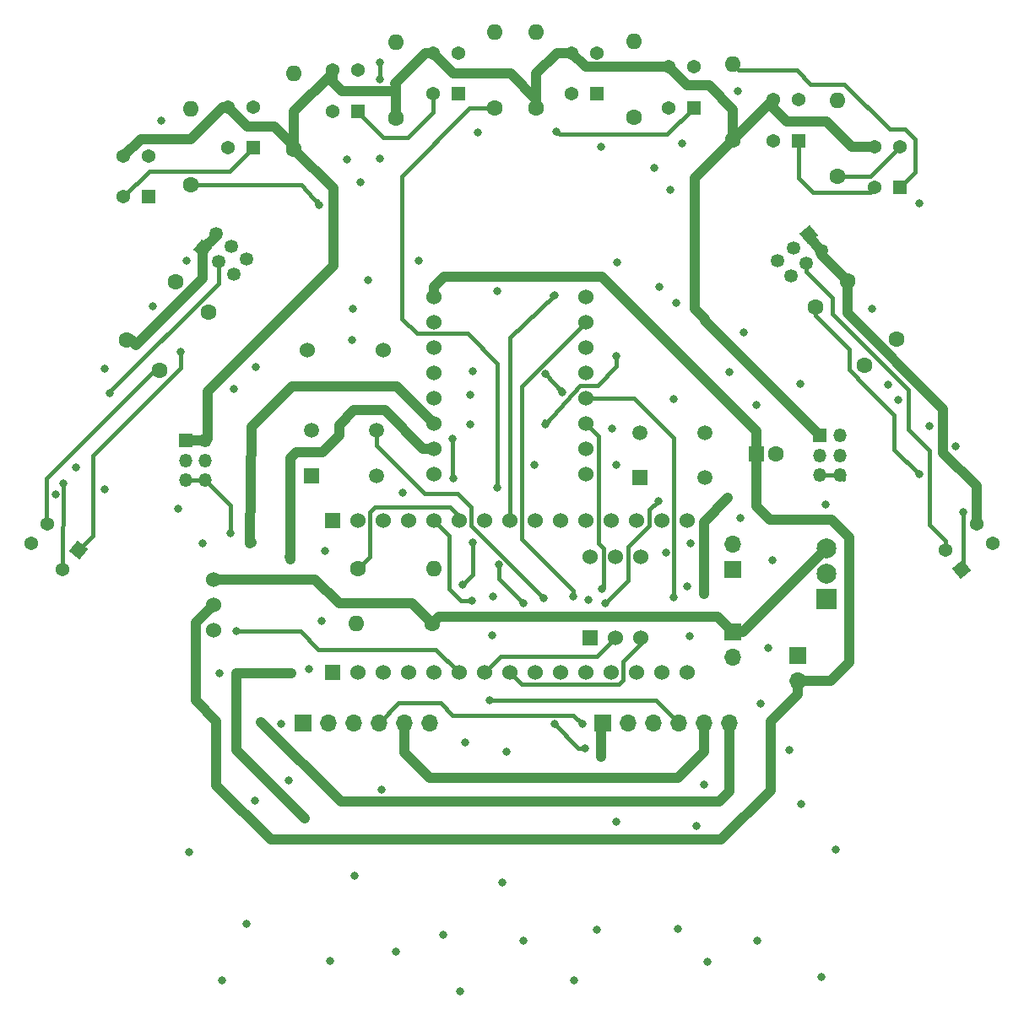
<source format=gtl>
%TF.GenerationSoftware,KiCad,Pcbnew,7.0.1*%
%TF.CreationDate,2023-05-16T11:07:40+09:00*%
%TF.ProjectId,trace,74726163-652e-46b6-9963-61645f706362,rev?*%
%TF.SameCoordinates,Original*%
%TF.FileFunction,Copper,L1,Top*%
%TF.FilePolarity,Positive*%
%FSLAX46Y46*%
G04 Gerber Fmt 4.6, Leading zero omitted, Abs format (unit mm)*
G04 Created by KiCad (PCBNEW 7.0.1) date 2023-05-16 11:07:40*
%MOMM*%
%LPD*%
G01*
G04 APERTURE LIST*
G04 Aperture macros list*
%AMHorizOval*
0 Thick line with rounded ends*
0 $1 width*
0 $2 $3 position (X,Y) of the first rounded end (center of the circle)*
0 $4 $5 position (X,Y) of the second rounded end (center of the circle)*
0 Add line between two ends*
20,1,$1,$2,$3,$4,$5,0*
0 Add two circle primitives to create the rounded ends*
1,1,$1,$2,$3*
1,1,$1,$4,$5*%
%AMRotRect*
0 Rectangle, with rotation*
0 The origin of the aperture is its center*
0 $1 length*
0 $2 width*
0 $3 Rotation angle, in degrees counterclockwise*
0 Add horizontal line*
21,1,$1,$2,0,0,$3*%
G04 Aperture macros list end*
%TA.AperFunction,ComponentPad*%
%ADD10C,1.600000*%
%TD*%
%TA.AperFunction,ComponentPad*%
%ADD11O,1.600000X1.600000*%
%TD*%
%TA.AperFunction,ComponentPad*%
%ADD12R,1.368000X1.368000*%
%TD*%
%TA.AperFunction,ComponentPad*%
%ADD13C,1.368000*%
%TD*%
%TA.AperFunction,ComponentPad*%
%ADD14R,1.700000X1.700000*%
%TD*%
%TA.AperFunction,ComponentPad*%
%ADD15O,1.700000X1.700000*%
%TD*%
%TA.AperFunction,ComponentPad*%
%ADD16R,1.530000X1.530000*%
%TD*%
%TA.AperFunction,ComponentPad*%
%ADD17C,1.530000*%
%TD*%
%TA.AperFunction,ComponentPad*%
%ADD18C,1.524000*%
%TD*%
%TA.AperFunction,ComponentPad*%
%ADD19RotRect,1.350000X1.350000X310.000000*%
%TD*%
%TA.AperFunction,ComponentPad*%
%ADD20HorizOval,1.350000X0.000000X0.000000X0.000000X0.000000X0*%
%TD*%
%TA.AperFunction,ComponentPad*%
%ADD21R,1.508000X1.508000*%
%TD*%
%TA.AperFunction,ComponentPad*%
%ADD22C,1.508000*%
%TD*%
%TA.AperFunction,ComponentPad*%
%ADD23R,1.524000X1.524000*%
%TD*%
%TA.AperFunction,ComponentPad*%
%ADD24R,1.350000X1.350000*%
%TD*%
%TA.AperFunction,ComponentPad*%
%ADD25O,1.350000X1.350000*%
%TD*%
%TA.AperFunction,ComponentPad*%
%ADD26HorizOval,1.600000X0.000000X0.000000X0.000000X0.000000X0*%
%TD*%
%TA.AperFunction,ComponentPad*%
%ADD27RotRect,1.350000X1.350000X50.000000*%
%TD*%
%TA.AperFunction,ComponentPad*%
%ADD28HorizOval,1.350000X0.000000X0.000000X0.000000X0.000000X0*%
%TD*%
%TA.AperFunction,ComponentPad*%
%ADD29RotRect,1.368000X1.368000X130.000000*%
%TD*%
%TA.AperFunction,ComponentPad*%
%ADD30R,1.600000X1.600000*%
%TD*%
%TA.AperFunction,ComponentPad*%
%ADD31HorizOval,1.600000X0.000000X0.000000X0.000000X0.000000X0*%
%TD*%
%TA.AperFunction,ComponentPad*%
%ADD32RotRect,1.368000X1.368000X230.000000*%
%TD*%
%TA.AperFunction,ComponentPad*%
%ADD33R,1.995000X1.995000*%
%TD*%
%TA.AperFunction,ComponentPad*%
%ADD34C,1.995000*%
%TD*%
%TA.AperFunction,ViaPad*%
%ADD35C,0.800000*%
%TD*%
%TA.AperFunction,Conductor*%
%ADD36C,1.000000*%
%TD*%
%TA.AperFunction,Conductor*%
%ADD37C,0.400000*%
%TD*%
G04 APERTURE END LIST*
D10*
%TO.P,R3,1*%
%TO.N,+3.3V*%
X122417500Y-60162500D03*
D11*
%TO.P,R3,2*%
%TO.N,Net-(R3-Pad2)*%
X122417500Y-52542500D03*
%TD*%
D12*
%TO.P,U9,1*%
%TO.N,Net-(U8-Pad4)*%
X162787500Y-62392500D03*
D13*
%TO.P,U9,2*%
%TO.N,RRS*%
X162787500Y-58292500D03*
%TO.P,U9,3*%
%TO.N,+3.3V*%
X160247500Y-58292500D03*
%TO.P,U9,4*%
%TO.N,GND*%
X160247500Y-62392500D03*
%TD*%
D14*
%TO.P,C2,1*%
%TO.N,+5V*%
X156217500Y-105417500D03*
D15*
%TO.P,C2,2*%
%TO.N,GND*%
X156217500Y-102877500D03*
%TD*%
D10*
%TO.P,R2,1*%
%TO.N,LLS*%
X101817500Y-66852500D03*
D11*
%TO.P,R2,2*%
%TO.N,GND*%
X101817500Y-59232500D03*
%TD*%
D10*
%TO.P,R7,1*%
%TO.N,+3.3V*%
X156217500Y-62352500D03*
D11*
%TO.P,R7,2*%
%TO.N,Net-(R7-Pad2)*%
X156217500Y-54732500D03*
%TD*%
D16*
%TO.P,U1,3_1,PA9*%
%TO.N,LHallA*%
X116037500Y-115762500D03*
D17*
%TO.P,U1,3_2,PA10*%
%TO.N,AIN1*%
X118577500Y-115762500D03*
%TO.P,U1,3_3,NRST_1*%
%TO.N,unconnected-(U1A-NRST_1-Pad3_3)*%
X121117500Y-115762500D03*
%TO.P,U1,3_4,GND_1*%
%TO.N,GND*%
X123657500Y-115762500D03*
%TO.P,U1,3_5,PA12*%
%TO.N,Net-(U13-IN)*%
X126197500Y-115762500D03*
%TO.P,U1,3_6,PB0*%
%TO.N,MRS*%
X128737500Y-115762500D03*
%TO.P,U1,3_7,PB7*%
%TO.N,SDA*%
X131277500Y-115762500D03*
%TO.P,U1,3_8,PB6*%
%TO.N,SCL*%
X133817500Y-115762500D03*
%TO.P,U1,3_9,PB1*%
%TO.N,MLS*%
X136357500Y-115762500D03*
%TO.P,U1,3_10,PF0*%
%TO.N,Net-(U1A-PF0)*%
X138897500Y-115762500D03*
%TO.P,U1,3_11,PF1*%
%TO.N,Net-(U1A-PF1)*%
X141437500Y-115762500D03*
%TO.P,U1,3_12,PA8*%
%TO.N,LHallB*%
X143977500Y-115762500D03*
%TO.P,U1,3_13,PA11*%
%TO.N,AIN2*%
X146517500Y-115762500D03*
%TO.P,U1,3_14,PB5*%
%TO.N,BIN2*%
X149057500Y-115762500D03*
%TO.P,U1,3_15,PB4*%
%TO.N,BIN1*%
X151597500Y-115762500D03*
D16*
%TO.P,U1,4_1,VIN*%
%TO.N,+5V*%
X116037500Y-100522500D03*
D17*
%TO.P,U1,4_2,GND_2*%
%TO.N,GND*%
X118577500Y-100522500D03*
%TO.P,U1,4_3,NRST_2*%
%TO.N,unconnected-(U1B-NRST_2-Pad4_3)*%
X121117500Y-100522500D03*
%TO.P,U1,4_4,+5V*%
%TO.N,+5V*%
X123657500Y-100522500D03*
%TO.P,U1,4_5,PA2*%
%TO.N,RHallB*%
X126197500Y-100522500D03*
%TO.P,U1,4_6,PA7*%
%TO.N,BSEN*%
X128737500Y-100522500D03*
%TO.P,U1,4_7,PA6*%
%TO.N,RRS*%
X131277500Y-100522500D03*
%TO.P,U1,4_8,PA5*%
%TO.N,FRS*%
X133817500Y-100522500D03*
%TO.P,U1,4_9,PA4*%
%TO.N,FLS*%
X136357500Y-100522500D03*
%TO.P,U1,4_10,PA3*%
%TO.N,LLS*%
X138897500Y-100522500D03*
%TO.P,U1,4_11,PA1*%
%TO.N,RHallA*%
X141437500Y-100522500D03*
%TO.P,U1,4_12,PA0*%
%TO.N,unconnected-(U1B-PA0-Pad4_12)*%
X143977500Y-100522500D03*
%TO.P,U1,4_13,AREF*%
%TO.N,unconnected-(U1B-AREF-Pad4_13)*%
X146517500Y-100522500D03*
%TO.P,U1,4_14,+3V3*%
%TO.N,+3.3V*%
X149057500Y-100522500D03*
%TO.P,U1,4_15,PB3*%
%TO.N,unconnected-(U1B-PB3-Pad4_15)*%
X151597500Y-100522500D03*
%TD*%
D14*
%TO.P,J1,1,Pin_1*%
%TO.N,Net-(J1-Pin_1)*%
X113097500Y-120842500D03*
D15*
%TO.P,J1,2,Pin_2*%
%TO.N,GND*%
X115637500Y-120842500D03*
%TO.P,J1,3,Pin_3*%
%TO.N,LHallA*%
X118177500Y-120842500D03*
%TO.P,J1,4,Pin_4*%
%TO.N,LHallB*%
X120717500Y-120842500D03*
%TO.P,J1,5,Pin_5*%
%TO.N,+3.3V*%
X123257500Y-120842500D03*
%TO.P,J1,6,Pin_6*%
%TO.N,Net-(J1-Pin_6)*%
X125797500Y-120842500D03*
%TD*%
D18*
%TO.P,U14,1,GND*%
%TO.N,GND*%
X126197500Y-95832500D03*
%TO.P,U14,2,BO1*%
%TO.N,Net-(J7-Pin_1)*%
X126197500Y-93292500D03*
%TO.P,U14,3,BO2*%
%TO.N,Net-(J7-Pin_6)*%
X126197500Y-90752500D03*
%TO.P,U14,4,AO2*%
%TO.N,Net-(J1-Pin_1)*%
X126197500Y-88212500D03*
%TO.P,U14,5,AO1*%
%TO.N,Net-(J1-Pin_6)*%
X126197500Y-85672500D03*
%TO.P,U14,6,GND*%
%TO.N,GND*%
X126197500Y-83132500D03*
%TO.P,U14,7,NC*%
%TO.N,unconnected-(U14-NC-Pad7)*%
X126197500Y-80592500D03*
%TO.P,U14,8,VM*%
%TO.N,VDD*%
X126197500Y-78052500D03*
%TO.P,U14,9,NC*%
%TO.N,unconnected-(U14-NC-Pad9)*%
X141437500Y-78052500D03*
%TO.P,U14,10,AIN2*%
%TO.N,AIN2*%
X141437500Y-80592500D03*
%TO.P,U14,11,AIN1*%
%TO.N,AIN1*%
X141437500Y-83132500D03*
%TO.P,U14,12,STBY*%
%TO.N,+3.3V*%
X141437500Y-85672500D03*
%TO.P,U14,13,BIN1*%
%TO.N,BIN1*%
X141437500Y-88212500D03*
%TO.P,U14,14,BIN2*%
%TO.N,BIN2*%
X141437500Y-90752500D03*
%TO.P,U14,15,NC*%
%TO.N,unconnected-(U14-NC-Pad15)*%
X141437500Y-93292500D03*
%TO.P,U14,16,GND*%
%TO.N,GND*%
X141437500Y-95832500D03*
%TD*%
D10*
%TO.P,R10,1*%
%TO.N,VCC*%
X126027500Y-110842500D03*
D11*
%TO.P,R10,2*%
%TO.N,BSEN*%
X118407500Y-110842500D03*
%TD*%
D19*
%TO.P,J2,1,Pin_1*%
%TO.N,Net-(J2-Pin_1)*%
X163797802Y-71852881D03*
D20*
%TO.P,J2,2,Pin_2*%
X165083377Y-73384970D03*
%TO.P,J2,3,Pin_3*%
%TO.N,Net-(J2-Pin_3)*%
X162265713Y-73138456D03*
%TO.P,J2,4,Pin_4*%
X163551288Y-74670545D03*
%TO.P,J2,5,Pin_5*%
%TO.N,Net-(J2-Pin_5)*%
X160733624Y-74424031D03*
%TO.P,J2,6,Pin_6*%
X162019199Y-75956120D03*
%TD*%
D21*
%TO.P,S2,1*%
%TO.N,GND*%
X146903000Y-96192500D03*
D22*
%TO.P,S2,2*%
X153403000Y-96192500D03*
%TO.P,S2,3*%
%TO.N,unconnected-(S2-Pad3)*%
X146903000Y-91692500D03*
%TO.P,S2,4*%
%TO.N,Net-(U1A-PF1)*%
X153403000Y-91692500D03*
%TD*%
D10*
%TO.P,R5,1*%
%TO.N,+3.3V*%
X136517500Y-59152500D03*
D11*
%TO.P,R5,2*%
%TO.N,Net-(R5-Pad2)*%
X136517500Y-51532500D03*
%TD*%
D10*
%TO.P,R4,1*%
%TO.N,FLS*%
X132317500Y-59152500D03*
D11*
%TO.P,R4,2*%
%TO.N,GND*%
X132317500Y-51532500D03*
%TD*%
D18*
%TO.P,U12,1,VCC*%
%TO.N,+3.3V*%
X141877500Y-104192500D03*
%TO.P,U12,2,VCCIO*%
%TO.N,unconnected-(U12-VCCIO-Pad2)*%
X144417500Y-104192500D03*
%TO.P,U12,3,3v3*%
%TO.N,+3.3V*%
X146957500Y-104192500D03*
D23*
%TO.P,U12,4,GND*%
%TO.N,GND*%
X141877500Y-112292500D03*
D18*
%TO.P,U12,5,SDA*%
%TO.N,SDA*%
X144417500Y-112292500D03*
%TO.P,U12,6,SCL*%
%TO.N,SCL*%
X146957500Y-112292500D03*
%TD*%
D24*
%TO.P,J4,1,Pin_1*%
%TO.N,+3.3V*%
X164956500Y-91970500D03*
D25*
%TO.P,J4,2,Pin_2*%
X166956500Y-91970500D03*
%TO.P,J4,3,Pin_3*%
%TO.N,GND*%
X164956500Y-93970500D03*
%TO.P,J4,4,Pin_4*%
X166956500Y-93970500D03*
%TO.P,J4,5,Pin_5*%
%TO.N,MLS*%
X164956500Y-95970500D03*
%TO.P,J4,6,Pin_6*%
X166956500Y-95970500D03*
%TD*%
D10*
%TO.P,R14,1*%
%TO.N,Net-(R14-Pad1)*%
X164523480Y-79113871D03*
D26*
%TO.P,R14,2*%
%TO.N,Net-(J2-Pin_5)*%
X169421522Y-84951130D03*
%TD*%
D24*
%TO.P,J5,1,Pin_1*%
%TO.N,+3.3V*%
X101329500Y-92478500D03*
D25*
%TO.P,J5,2,Pin_2*%
X103329500Y-92478500D03*
%TO.P,J5,3,Pin_3*%
%TO.N,GND*%
X101329500Y-94478500D03*
%TO.P,J5,4,Pin_4*%
X103329500Y-94478500D03*
%TO.P,J5,5,Pin_5*%
%TO.N,MRS*%
X101329500Y-96478500D03*
%TO.P,J5,6,Pin_6*%
X103329500Y-96478500D03*
%TD*%
D14*
%TO.P,J7,1,Pin_1*%
%TO.N,Net-(J7-Pin_1)*%
X143192500Y-120817500D03*
D15*
%TO.P,J7,2,Pin_2*%
%TO.N,GND*%
X145732500Y-120817500D03*
%TO.P,J7,3,Pin_3*%
%TO.N,RHallA*%
X148272500Y-120817500D03*
%TO.P,J7,4,Pin_4*%
%TO.N,RHallB*%
X150812500Y-120817500D03*
%TO.P,J7,5,Pin_5*%
%TO.N,+3.3V*%
X153352500Y-120817500D03*
%TO.P,J7,6,Pin_6*%
%TO.N,Net-(J7-Pin_6)*%
X155892500Y-120817500D03*
%TD*%
D27*
%TO.P,J3,1,Pin_1*%
%TO.N,Net-(J3-Pin_1)*%
X103075624Y-73257969D03*
D28*
%TO.P,J3,2,Pin_2*%
X104361199Y-71725880D03*
%TO.P,J3,3,Pin_3*%
%TO.N,Net-(J3-Pin_3)*%
X104607713Y-74543544D03*
%TO.P,J3,4,Pin_4*%
X105893288Y-73011455D03*
%TO.P,J3,5,Pin_5*%
%TO.N,Net-(J3-Pin_5)*%
X106139802Y-75829119D03*
%TO.P,J3,6,Pin_6*%
X107425377Y-74297031D03*
%TD*%
D14*
%TO.P,C1,1*%
%TO.N,VCC*%
X156217500Y-111667500D03*
D15*
%TO.P,C1,2*%
%TO.N,GND*%
X156217500Y-114207500D03*
%TD*%
D29*
%TO.P,U11,1*%
%TO.N,Net-(R13-Pad2)*%
X179172449Y-105405091D03*
D13*
%TO.P,U11,2*%
%TO.N,Net-(R14-Pad1)*%
X182313231Y-102769662D03*
%TO.P,U11,3*%
%TO.N,Net-(J2-Pin_1)*%
X180680551Y-100823909D03*
%TO.P,U11,4*%
%TO.N,Net-(J2-Pin_3)*%
X177539769Y-103459338D03*
%TD*%
D12*
%TO.P,U8,1*%
%TO.N,Net-(R7-Pad2)*%
X173004291Y-67092500D03*
D13*
%TO.P,U8,2*%
%TO.N,RRS*%
X173004291Y-62992500D03*
%TO.P,U8,3*%
%TO.N,+3.3V*%
X170464291Y-62992500D03*
%TO.P,U8,4*%
%TO.N,Net-(U8-Pad4)*%
X170464291Y-67092500D03*
%TD*%
D18*
%TO.P,SW1,1,A*%
%TO.N,VCC*%
X104117500Y-106402500D03*
%TO.P,SW1,2,B*%
%TO.N,VDD*%
X104117500Y-108942500D03*
%TO.P,SW1,3,C*%
%TO.N,unconnected-(SW1-C-Pad3)*%
X104117500Y-111482500D03*
%TD*%
D10*
%TO.P,R6,1*%
%TO.N,FRS*%
X146317500Y-60052500D03*
D11*
%TO.P,R6,2*%
%TO.N,GND*%
X146317500Y-52432500D03*
%TD*%
D30*
%TO.P,C3,1*%
%TO.N,VDD*%
X158562388Y-93842500D03*
D10*
%TO.P,C3,2*%
%TO.N,GND*%
X160562388Y-93842500D03*
%TD*%
%TO.P,R12,1*%
%TO.N,Net-(R12-Pad1)*%
X98737480Y-85459130D03*
D31*
%TO.P,R12,2*%
%TO.N,Net-(J3-Pin_5)*%
X103635522Y-79621871D03*
%TD*%
D10*
%TO.P,R9,1*%
%TO.N,Net-(J3-Pin_1)*%
X95435480Y-82411130D03*
D31*
%TO.P,R9,2*%
%TO.N,Net-(R9-Pad2)*%
X100333522Y-76573871D03*
%TD*%
D12*
%TO.P,U4,1*%
%TO.N,Net-(R3-Pad2)*%
X128687500Y-57692500D03*
D13*
%TO.P,U4,2*%
%TO.N,FLS*%
X128687500Y-53592500D03*
%TO.P,U4,3*%
%TO.N,+3.3V*%
X126147500Y-53592500D03*
%TO.P,U4,4*%
%TO.N,Net-(U4-Pad4)*%
X126147500Y-57692500D03*
%TD*%
D18*
%TO.P,U13,1,IN*%
%TO.N,Net-(U13-IN)*%
X121117500Y-83442500D03*
%TO.P,U13,2,OUT*%
%TO.N,GND*%
X113517500Y-83392500D03*
%TD*%
D14*
%TO.P,J6,1,Pin_1*%
%TO.N,GND*%
X162717500Y-114067500D03*
D15*
%TO.P,J6,2,Pin_2*%
%TO.N,VDD*%
X162717500Y-116607500D03*
%TD*%
D32*
%TO.P,U10,1*%
%TO.N,Net-(R9-Pad2)*%
X90619231Y-103459338D03*
D13*
%TO.P,U10,2*%
%TO.N,Net-(R12-Pad1)*%
X87478449Y-100823909D03*
%TO.P,U10,3*%
%TO.N,Net-(J3-Pin_1)*%
X85845769Y-102769662D03*
%TO.P,U10,4*%
%TO.N,Net-(J3-Pin_3)*%
X88986551Y-105405091D03*
%TD*%
D12*
%TO.P,U5,1*%
%TO.N,Net-(U4-Pad4)*%
X118600710Y-59442500D03*
D13*
%TO.P,U5,2*%
%TO.N,FLS*%
X118600710Y-55342500D03*
%TO.P,U5,3*%
%TO.N,+3.3V*%
X116060710Y-55342500D03*
%TO.P,U5,4*%
%TO.N,GND*%
X116060710Y-59442500D03*
%TD*%
D21*
%TO.P,S1,1*%
%TO.N,GND*%
X113967500Y-95992500D03*
D22*
%TO.P,S1,2*%
X120467500Y-95992500D03*
%TO.P,S1,3*%
%TO.N,unconnected-(S1-Pad3)*%
X113967500Y-91492500D03*
%TO.P,S1,4*%
%TO.N,Net-(U1A-PF0)*%
X120467500Y-91492500D03*
%TD*%
D10*
%TO.P,R1,1*%
%TO.N,+3.3V*%
X112217500Y-63252500D03*
D11*
%TO.P,R1,2*%
%TO.N,Net-(R1-Pad2)*%
X112217500Y-55632500D03*
%TD*%
D10*
%TO.P,R8,1*%
%TO.N,RRS*%
X166717500Y-65952500D03*
D11*
%TO.P,R8,2*%
%TO.N,GND*%
X166717500Y-58332500D03*
%TD*%
D12*
%TO.P,U7,1*%
%TO.N,Net-(U6-Pad4)*%
X142587500Y-57692500D03*
D13*
%TO.P,U7,2*%
%TO.N,FRS*%
X142587500Y-53592500D03*
%TO.P,U7,3*%
%TO.N,+3.3V*%
X140047500Y-53592500D03*
%TO.P,U7,4*%
%TO.N,GND*%
X140047500Y-57692500D03*
%TD*%
D10*
%TO.P,R13,1*%
%TO.N,Net-(J2-Pin_1)*%
X167698480Y-76446871D03*
D26*
%TO.P,R13,2*%
%TO.N,Net-(R13-Pad2)*%
X172596522Y-82284130D03*
%TD*%
D12*
%TO.P,U2,1*%
%TO.N,Net-(R1-Pad2)*%
X97657500Y-68042500D03*
D13*
%TO.P,U2,2*%
%TO.N,LLS*%
X97657500Y-63942500D03*
%TO.P,U2,3*%
%TO.N,+3.3V*%
X95117500Y-63942500D03*
%TO.P,U2,4*%
%TO.N,Net-(U2-Pad4)*%
X95117500Y-68042500D03*
%TD*%
D10*
%TO.P,R11,1*%
%TO.N,BSEN*%
X118607500Y-105342500D03*
D11*
%TO.P,R11,2*%
%TO.N,GND*%
X126227500Y-105342500D03*
%TD*%
D12*
%TO.P,U6,1*%
%TO.N,Net-(R5-Pad2)*%
X152287500Y-59092500D03*
D13*
%TO.P,U6,2*%
%TO.N,FRS*%
X152287500Y-54992500D03*
%TO.P,U6,3*%
%TO.N,+3.3V*%
X149747500Y-54992500D03*
%TO.P,U6,4*%
%TO.N,Net-(U6-Pad4)*%
X149747500Y-59092500D03*
%TD*%
D33*
%TO.P,\u4E09\u7AEF\u5B501,1,Pin_1*%
%TO.N,+5V*%
X165592500Y-108382500D03*
D34*
%TO.P,\u4E09\u7AEF\u5B501,2,Pin_2*%
%TO.N,GND*%
X165592500Y-105842500D03*
%TO.P,\u4E09\u7AEF\u5B501,3,Pin_3*%
%TO.N,VCC*%
X165592500Y-103302500D03*
%TD*%
D12*
%TO.P,U3,1*%
%TO.N,Net-(U2-Pad4)*%
X108087500Y-63092500D03*
D13*
%TO.P,U3,2*%
%TO.N,LLS*%
X108087500Y-58992500D03*
%TO.P,U3,3*%
%TO.N,+3.3V*%
X105547500Y-58992500D03*
%TO.P,U3,4*%
%TO.N,GND*%
X105547500Y-63092500D03*
%TD*%
D35*
%TO.N,*%
X150300000Y-88300000D03*
X119600000Y-76400000D03*
X105000000Y-146700000D03*
X107400000Y-141000000D03*
X115800000Y-144700000D03*
X150700000Y-141500000D03*
X140300000Y-146700000D03*
X117500000Y-64300000D03*
X158700000Y-142700000D03*
X118100000Y-79300000D03*
X163100000Y-129000000D03*
X165100000Y-146300000D03*
X108300000Y-128600000D03*
X155900000Y-85600000D03*
X148300000Y-65100000D03*
X153700000Y-144800000D03*
X100600000Y-99300000D03*
X101700000Y-133800000D03*
X136300000Y-94900000D03*
X104700000Y-115800000D03*
X142600000Y-141600000D03*
X111700000Y-126600000D03*
X132100000Y-112000000D03*
X108400000Y-85100000D03*
X172800000Y-88400000D03*
X148800000Y-77100000D03*
X166500000Y-133500000D03*
X106200000Y-87300000D03*
X122400000Y-143800000D03*
X88300000Y-97900000D03*
X144600000Y-74600000D03*
X132200000Y-108100000D03*
X101400000Y-74400000D03*
X149900000Y-67300000D03*
X178600000Y-93100000D03*
X151100000Y-62700000D03*
X135200000Y-142700000D03*
X171800000Y-86900000D03*
X144500000Y-130700000D03*
X129900000Y-87900000D03*
X150500000Y-78700000D03*
X133500000Y-123700000D03*
X128900000Y-147800000D03*
X144100000Y-91300000D03*
X152600000Y-131200000D03*
X160200000Y-104500000D03*
X120800000Y-64200000D03*
X163000000Y-86800000D03*
X121000000Y-127500000D03*
X170200000Y-79300000D03*
X151900000Y-112100000D03*
X93200000Y-97400000D03*
X133100000Y-136800000D03*
X153300000Y-127000000D03*
X130100000Y-85500000D03*
X118300000Y-136200000D03*
X115300000Y-103600000D03*
X129900000Y-90900000D03*
X159800000Y-113300000D03*
X130600000Y-61600000D03*
X118000000Y-82400000D03*
X118900000Y-66600000D03*
X93200000Y-85300000D03*
X127200000Y-142100000D03*
X90300000Y-95200000D03*
X152000000Y-102800000D03*
X115000000Y-110600000D03*
X103000000Y-102800000D03*
X129400000Y-122800000D03*
X175900000Y-91000000D03*
X98000000Y-79000000D03*
X157300000Y-81600000D03*
X124700000Y-74400000D03*
X143000000Y-63000000D03*
%TO.N,+3.3V*%
X153317500Y-107842500D03*
X155717500Y-98242500D03*
X153417500Y-80242500D03*
%TO.N,LLS*%
X137417500Y-85742500D03*
X139117500Y-87642500D03*
X114717500Y-68842500D03*
%TO.N,GND*%
X123100000Y-97700000D03*
X159000000Y-118900000D03*
X110900000Y-120900000D03*
X141700000Y-108500000D03*
X157000000Y-100300000D03*
X144500000Y-94900000D03*
X132600000Y-77500000D03*
X149500000Y-103700000D03*
X151600000Y-107100000D03*
X98900000Y-60400000D03*
X113700000Y-115400000D03*
X174900000Y-68700000D03*
X158600000Y-88900000D03*
X156700000Y-57400000D03*
X165500000Y-98900000D03*
%TO.N,Net-(R3-Pad2)*%
X120817500Y-56242500D03*
X120817500Y-54542500D03*
%TO.N,FLS*%
X132617500Y-97242500D03*
%TO.N,Net-(R5-Pad2)*%
X138517500Y-61442500D03*
%TO.N,FRS*%
X138317500Y-77942500D03*
%TO.N,RRS*%
X144517500Y-84042500D03*
X144517500Y-84042500D03*
X137417500Y-90842500D03*
%TO.N,Net-(R9-Pad2)*%
X100800000Y-83600000D03*
%TO.N,Net-(R13-Pad2)*%
X179300000Y-99700000D03*
%TO.N,Net-(R14-Pad1)*%
X174900000Y-95900000D03*
%TO.N,Net-(J3-Pin_3)*%
X89100000Y-96800000D03*
X93700000Y-87700000D03*
%TO.N,MLS*%
X161917500Y-123542500D03*
X138317500Y-120942500D03*
X141417500Y-123342500D03*
%TO.N,MRS*%
X106417500Y-111642500D03*
X105817500Y-101800000D03*
%TO.N,Net-(U1A-PF0)*%
X137217500Y-108342500D03*
%TO.N,Net-(U1A-PF1)*%
X148717500Y-98542500D03*
X143417500Y-108842500D03*
%TO.N,Net-(U13-IN)*%
X129117500Y-106942500D03*
X128217500Y-96242500D03*
X130117500Y-102742500D03*
X128117500Y-92342500D03*
%TO.N,BIN2*%
X143117500Y-107342500D03*
%TO.N,BIN1*%
X150317500Y-108242500D03*
%TO.N,AIN2*%
X140217500Y-108142500D03*
%TO.N,Net-(J7-Pin_6)*%
X108917500Y-120742500D03*
X107817500Y-102642500D03*
%TO.N,Net-(J7-Pin_1)*%
X111917500Y-115842500D03*
X111817500Y-104442500D03*
X143017500Y-124242500D03*
X113300000Y-130400000D03*
%TO.N,RHallA*%
X135217500Y-108842500D03*
X132717500Y-104942500D03*
%TO.N,RHallB*%
X130017500Y-108542500D03*
X131817500Y-118542500D03*
%TO.N,LHallB*%
X141117500Y-120942500D03*
%TD*%
D36*
%TO.N,+3.3V*%
X116117500Y-67152500D02*
X116117500Y-74942500D01*
X136517500Y-55642500D02*
X136517500Y-59152500D01*
X164956500Y-91970500D02*
X153417500Y-80431500D01*
X153417500Y-80431500D02*
X153417500Y-80242500D01*
X156217500Y-62352500D02*
X156217500Y-59242500D01*
X156217500Y-62322500D02*
X160247500Y-58292500D01*
X152400000Y-79225000D02*
X152400000Y-66170000D01*
X125817500Y-126342500D02*
X150717500Y-126342500D01*
X112217500Y-59442500D02*
X112217500Y-63252500D01*
X128197500Y-55642500D02*
X126147500Y-53592500D01*
X96817500Y-62242500D02*
X95117500Y-63942500D01*
X133917500Y-55642500D02*
X128197500Y-55642500D01*
X136517500Y-58242500D02*
X133917500Y-55642500D01*
X152400000Y-66170000D02*
X156217500Y-62352500D01*
X161617500Y-60442500D02*
X165617500Y-60442500D01*
X160247500Y-58292500D02*
X160247500Y-59072500D01*
X122317500Y-57442500D02*
X122417500Y-57342500D01*
X136517500Y-59152500D02*
X136517500Y-58242500D01*
X112217500Y-63252500D02*
X112217500Y-62942500D01*
X110217500Y-60942500D02*
X107497500Y-60942500D01*
X122317500Y-56642500D02*
X122417500Y-56742500D01*
X103517500Y-87542500D02*
X103517500Y-92290500D01*
X101817500Y-62242500D02*
X96817500Y-62242500D01*
X101329500Y-92478500D02*
X103329500Y-92478500D01*
X122417500Y-56742500D02*
X122417500Y-57342500D01*
X153352500Y-123707500D02*
X153352500Y-120817500D01*
X116117500Y-74942500D02*
X103517500Y-87542500D01*
X126147500Y-53592500D02*
X125367500Y-53592500D01*
X153317500Y-100642500D02*
X155717500Y-98242500D01*
X116060710Y-55342500D02*
X116060710Y-56485710D01*
X105067500Y-58992500D02*
X101817500Y-62242500D01*
X112217500Y-63252500D02*
X116117500Y-67152500D01*
X141447500Y-54992500D02*
X140047500Y-53592500D01*
X153817500Y-56842500D02*
X151597500Y-56842500D01*
X153417500Y-80242500D02*
X152400000Y-79225000D01*
X122417500Y-57342500D02*
X122417500Y-60162500D01*
X123257500Y-123782500D02*
X125817500Y-126342500D01*
X123257500Y-120842500D02*
X123257500Y-123782500D01*
X138567500Y-53592500D02*
X136517500Y-55642500D01*
X140047500Y-53592500D02*
X138567500Y-53592500D01*
X116060710Y-55599290D02*
X112217500Y-59442500D01*
X168167500Y-62992500D02*
X170464291Y-62992500D01*
X151597500Y-56842500D02*
X149747500Y-54992500D01*
X150717500Y-126342500D02*
X153352500Y-123707500D01*
X117017500Y-57442500D02*
X122317500Y-57442500D01*
X116060710Y-56485710D02*
X117017500Y-57442500D01*
X156217500Y-59242500D02*
X153817500Y-56842500D01*
X125367500Y-53592500D02*
X122317500Y-56642500D01*
X103517500Y-92290500D02*
X103329500Y-92478500D01*
X112217500Y-62942500D02*
X110217500Y-60942500D01*
X105547500Y-58992500D02*
X105067500Y-58992500D01*
X156217500Y-62352500D02*
X156217500Y-62322500D01*
X107497500Y-60942500D02*
X105547500Y-58992500D01*
X116060710Y-55342500D02*
X116060710Y-55599290D01*
X153317500Y-107842500D02*
X153317500Y-100642500D01*
X165617500Y-60442500D02*
X168167500Y-62992500D01*
X149747500Y-54992500D02*
X141447500Y-54992500D01*
X160247500Y-59072500D02*
X161617500Y-60442500D01*
D37*
%TO.N,LLS*%
X139117500Y-87642500D02*
X139017500Y-87342500D01*
X101817500Y-66852500D02*
X112927500Y-66852500D01*
X112927500Y-66852500D02*
X114717500Y-68842500D01*
X137417500Y-85742500D02*
X139117500Y-87642500D01*
X114717500Y-68842500D02*
X114517500Y-68442500D01*
%TO.N,Net-(R3-Pad2)*%
X120817500Y-54542500D02*
X120817500Y-56242500D01*
X120817500Y-56242500D02*
X120817500Y-56142500D01*
%TO.N,FLS*%
X124517500Y-81742500D02*
X129617500Y-81742500D01*
X129807500Y-59152500D02*
X123017500Y-65942500D01*
X123017500Y-80242500D02*
X124517500Y-81742500D01*
X129617500Y-81742500D02*
X132617500Y-84742500D01*
X123017500Y-65942500D02*
X123017500Y-80242500D01*
X132617500Y-84742500D02*
X132617500Y-97242500D01*
X132317500Y-59152500D02*
X129807500Y-59152500D01*
%TO.N,Net-(R5-Pad2)*%
X138817500Y-61742500D02*
X138517500Y-61442500D01*
X138517500Y-61442500D02*
X138517500Y-61642500D01*
X149637500Y-61742500D02*
X138817500Y-61742500D01*
X152287500Y-59092500D02*
X149637500Y-61742500D01*
%TO.N,FRS*%
X133817500Y-100522500D02*
X133817500Y-82142500D01*
X138317500Y-77942500D02*
X138017500Y-77942500D01*
X133817500Y-82142500D02*
X138317500Y-77942500D01*
%TO.N,Net-(R7-Pad2)*%
X174517500Y-62242500D02*
X173517500Y-61242500D01*
X156827500Y-55342500D02*
X162617500Y-55342500D01*
X167417500Y-56742500D02*
X171917500Y-61242500D01*
X156217500Y-54732500D02*
X156827500Y-55342500D01*
X164017500Y-56742500D02*
X167417500Y-56742500D01*
X162617500Y-55342500D02*
X164017500Y-56742500D01*
X174517500Y-65579291D02*
X174517500Y-62242500D01*
X174517500Y-65579291D02*
X173004291Y-67092500D01*
X173517500Y-61242500D02*
X171917500Y-61242500D01*
%TO.N,RRS*%
X144517500Y-85042500D02*
X142617500Y-86942500D01*
X144517500Y-84042500D02*
X144517500Y-85042500D01*
X142617500Y-86942500D02*
X140917500Y-86942500D01*
X140917500Y-86942500D02*
X137417500Y-90842500D01*
X170044291Y-65952500D02*
X166717500Y-65952500D01*
X173004291Y-62992500D02*
X170044291Y-65952500D01*
X137417500Y-90842500D02*
X137317500Y-90542500D01*
%TO.N,Net-(U2-Pad4)*%
X105737500Y-65442500D02*
X97717500Y-65442500D01*
X97717500Y-65442500D02*
X95117500Y-68042500D01*
X108087500Y-63092500D02*
X105737500Y-65442500D01*
%TO.N,Net-(U4-Pad4)*%
X123617500Y-62042500D02*
X126147500Y-59512500D01*
X118600710Y-59442500D02*
X118600710Y-59525710D01*
X126147500Y-59512500D02*
X126147500Y-57692500D01*
X121117500Y-62042500D02*
X123617500Y-62042500D01*
X118600710Y-59525710D02*
X121117500Y-62042500D01*
%TO.N,Net-(U8-Pad4)*%
X162787500Y-62392500D02*
X162787500Y-66112500D01*
X162787500Y-66112500D02*
X164217500Y-67542500D01*
X164217500Y-67542500D02*
X170014291Y-67542500D01*
X170014291Y-67542500D02*
X170464291Y-67092500D01*
D36*
%TO.N,VCC*%
X126727500Y-110142500D02*
X126027500Y-110842500D01*
X157227500Y-111667500D02*
X165592500Y-103302500D01*
X156217500Y-111667500D02*
X157227500Y-111667500D01*
X124027500Y-108842500D02*
X126027500Y-110842500D01*
X114277500Y-106402500D02*
X116717500Y-108842500D01*
X104117500Y-106402500D02*
X114277500Y-106402500D01*
X154692500Y-110142500D02*
X126727500Y-110142500D01*
X156217500Y-111667500D02*
X154692500Y-110142500D01*
X116717500Y-108842500D02*
X124027500Y-108842500D01*
D37*
%TO.N,BSEN*%
X128737500Y-100522500D02*
X128737500Y-100062500D01*
X118607500Y-105342500D02*
X119817500Y-104132500D01*
X120317500Y-99142500D02*
X119817500Y-99642500D01*
X127817500Y-99142500D02*
X120317500Y-99142500D01*
X119817500Y-104132500D02*
X119817500Y-99642500D01*
X128737500Y-100062500D02*
X127817500Y-99142500D01*
D36*
%TO.N,Net-(J3-Pin_1)*%
X104361199Y-71725880D02*
X104361199Y-71972394D01*
X104361199Y-71972394D02*
X103075624Y-73257969D01*
X103075624Y-73257969D02*
X103075624Y-76224376D01*
X85845769Y-102769662D02*
X85783803Y-102707696D01*
X96387500Y-82912500D02*
X95886130Y-82411130D01*
X95886130Y-82411130D02*
X95435480Y-82411130D01*
X103075624Y-76224376D02*
X96387500Y-82912500D01*
D37*
%TO.N,Net-(R9-Pad2)*%
X100800000Y-83600000D02*
X100800000Y-85200000D01*
X100800000Y-85200000D02*
X92000000Y-94000000D01*
X92000000Y-102078569D02*
X90619231Y-103459338D01*
X92000000Y-94000000D02*
X92000000Y-102078569D01*
%TO.N,Net-(R12-Pad1)*%
X98240870Y-85459130D02*
X87400000Y-96300000D01*
X98737480Y-85459130D02*
X98240870Y-85459130D01*
X87400000Y-100745460D02*
X87478449Y-100823909D01*
X87400000Y-96300000D02*
X87400000Y-100745460D01*
D36*
%TO.N,Net-(J2-Pin_1)*%
X177300000Y-89300000D02*
X177300000Y-93700000D01*
X167698480Y-79698480D02*
X177300000Y-89300000D01*
X163797802Y-72099395D02*
X165083377Y-73384970D01*
X163797802Y-71852881D02*
X163797802Y-72099395D01*
X167698480Y-76446871D02*
X167698480Y-79698480D01*
X165083377Y-73831768D02*
X167698480Y-76446871D01*
X180680551Y-97080551D02*
X180680551Y-100823909D01*
X177300000Y-93700000D02*
X180680551Y-97080551D01*
X165083377Y-73384970D02*
X165083377Y-73831768D01*
D37*
%TO.N,Net-(R13-Pad2)*%
X179300000Y-99700000D02*
X179300000Y-105277540D01*
X179300000Y-105277540D02*
X179172449Y-105405091D01*
%TO.N,Net-(R14-Pad1)*%
X172400000Y-91200000D02*
X172400000Y-93400000D01*
X167900000Y-83300000D02*
X167900000Y-85400000D01*
X167900000Y-85400000D02*
X169700000Y-87200000D01*
X169700000Y-87200000D02*
X172400000Y-89900000D01*
X172400000Y-89900000D02*
X172400000Y-91200000D01*
X172400000Y-93400000D02*
X174900000Y-95900000D01*
X164523480Y-79113871D02*
X164523480Y-79923480D01*
X164523480Y-79923480D02*
X167900000Y-83300000D01*
%TO.N,Net-(J3-Pin_3)*%
X89100000Y-96800000D02*
X88986551Y-96686551D01*
X88986551Y-96686551D02*
X88900000Y-96600000D01*
X104607713Y-76692287D02*
X93700000Y-87600000D01*
X88986551Y-105405091D02*
X89100000Y-96800000D01*
X93700000Y-87600000D02*
X93700000Y-87700000D01*
X104607713Y-74543544D02*
X104607713Y-76692287D01*
%TO.N,Net-(J2-Pin_3)*%
X177539769Y-102539769D02*
X177539769Y-103459338D01*
X175900000Y-100900000D02*
X177539769Y-102539769D01*
X163551288Y-75551288D02*
X166200000Y-78200000D01*
X173800000Y-87400000D02*
X173800000Y-91400000D01*
X175900000Y-93500000D02*
X175900000Y-100900000D01*
X166200000Y-79800000D02*
X173800000Y-87400000D01*
X173800000Y-91400000D02*
X175900000Y-93500000D01*
X163551288Y-74670545D02*
X163551288Y-75551288D01*
X166200000Y-78200000D02*
X166200000Y-79800000D01*
%TO.N,MLS*%
X166956500Y-95970500D02*
X164956500Y-95970500D01*
X166956500Y-95970500D02*
X167317500Y-96331500D01*
X138317500Y-120942500D02*
X140717500Y-123342500D01*
X140717500Y-123342500D02*
X141417500Y-123342500D01*
%TO.N,MRS*%
X105817500Y-101800000D02*
X105817500Y-98966500D01*
X126417500Y-113442500D02*
X128737500Y-115762500D01*
X106417500Y-111642500D02*
X112817500Y-111642500D01*
X112817500Y-111642500D02*
X114617500Y-113442500D01*
X101329500Y-96478500D02*
X103329500Y-96478500D01*
X105817500Y-98966500D02*
X103329500Y-96478500D01*
X114617500Y-113442500D02*
X126417500Y-113442500D01*
%TO.N,SCL*%
X146957500Y-112292500D02*
X146957500Y-112902500D01*
X133837500Y-115762500D02*
X133817500Y-115762500D01*
X145217500Y-114642500D02*
X145217500Y-116542500D01*
X146957500Y-112902500D02*
X145217500Y-114642500D01*
X145217500Y-116542500D02*
X144817500Y-116942500D01*
X144817500Y-116942500D02*
X135017500Y-116942500D01*
X135017500Y-116942500D02*
X133837500Y-115762500D01*
%TO.N,SDA*%
X142567500Y-114142500D02*
X132897500Y-114142500D01*
X132897500Y-114142500D02*
X131277500Y-115762500D01*
X144417500Y-112292500D02*
X142567500Y-114142500D01*
D36*
%TO.N,VDD*%
X160017500Y-120642500D02*
X160017500Y-127582500D01*
X126197500Y-78052500D02*
X126197500Y-77062500D01*
X143042500Y-76042500D02*
X158562388Y-91562388D01*
X126197500Y-77062500D02*
X127217500Y-76042500D01*
X165992500Y-116607500D02*
X162717500Y-116607500D01*
X102317500Y-110742500D02*
X104117500Y-108942500D01*
X104417500Y-127060000D02*
X109900000Y-132542500D01*
X167900000Y-102200000D02*
X167900000Y-114700000D01*
X155057500Y-132542500D02*
X109900000Y-132542500D01*
X104417500Y-120642500D02*
X102317500Y-118542500D01*
X160017500Y-127582500D02*
X155057500Y-132542500D01*
X162717500Y-116607500D02*
X162717500Y-117942500D01*
X158562388Y-91562388D02*
X158562388Y-93842500D01*
X166142500Y-100442500D02*
X167900000Y-102200000D01*
X158562388Y-99087388D02*
X159917500Y-100442500D01*
X102317500Y-118542500D02*
X102317500Y-110742500D01*
X162717500Y-117942500D02*
X160017500Y-120642500D01*
X167900000Y-114700000D02*
X165992500Y-116607500D01*
X104417500Y-120642500D02*
X104417500Y-127060000D01*
X158562388Y-93842500D02*
X158562388Y-99087388D01*
X127217500Y-76042500D02*
X143042500Y-76042500D01*
X159917500Y-100442500D02*
X166142500Y-100442500D01*
D37*
%TO.N,Net-(U1A-PF0)*%
X120467500Y-92992500D02*
X125317500Y-97842500D01*
X129917500Y-101042500D02*
X137217500Y-108342500D01*
X128617500Y-97842500D02*
X129917500Y-99142500D01*
X125317500Y-97842500D02*
X128617500Y-97842500D01*
X129917500Y-99142500D02*
X129917500Y-101042500D01*
X120467500Y-91492500D02*
X120467500Y-92992500D01*
%TO.N,Net-(U1A-PF1)*%
X147817500Y-101042500D02*
X145717500Y-103142500D01*
X147817500Y-99742500D02*
X147817500Y-101042500D01*
X148717500Y-98542500D02*
X147817500Y-99442500D01*
X145717500Y-103142500D02*
X145717500Y-106542500D01*
X145717500Y-106542500D02*
X143417500Y-108842500D01*
X147817500Y-99442500D02*
X147817500Y-99742500D01*
%TO.N,Net-(U13-IN)*%
X130117500Y-105942500D02*
X129117500Y-106942500D01*
X128117500Y-96142500D02*
X128217500Y-96242500D01*
X130117500Y-102742500D02*
X130117500Y-105942500D01*
X128117500Y-92342500D02*
X128117500Y-96142500D01*
%TO.N,BIN2*%
X143217500Y-103342500D02*
X143217500Y-107242500D01*
X143217500Y-107242500D02*
X143117500Y-107342500D01*
X142717500Y-92032500D02*
X142717500Y-102842500D01*
X142717500Y-102842500D02*
X143217500Y-103342500D01*
X141437500Y-90752500D02*
X142717500Y-92032500D01*
%TO.N,BIN1*%
X146317500Y-88212500D02*
X141437500Y-88212500D01*
X150317500Y-108242500D02*
X150317500Y-92212500D01*
X150317500Y-92212500D02*
X146317500Y-88212500D01*
%TO.N,AIN2*%
X140217500Y-108142500D02*
X140217500Y-108042500D01*
X135017500Y-87012500D02*
X135017500Y-102342500D01*
X135017500Y-102342500D02*
X140217500Y-107542500D01*
X141437500Y-80592500D02*
X135017500Y-87012500D01*
X140217500Y-107542500D02*
X140217500Y-108142500D01*
D36*
%TO.N,Net-(J7-Pin_6)*%
X126197500Y-90752500D02*
X122487500Y-87042500D01*
X107817500Y-102642500D02*
X107917500Y-102742500D01*
X107917500Y-91142500D02*
X107917500Y-91242500D01*
X155892500Y-127667500D02*
X155892500Y-120817500D01*
X107917500Y-91242500D02*
X107817500Y-102642500D01*
X108917500Y-120742500D02*
X116917500Y-128742500D01*
X107917500Y-102742500D02*
X107817500Y-102842500D01*
X122487500Y-87042500D02*
X112017500Y-87042500D01*
X112017500Y-87042500D02*
X107917500Y-91142500D01*
X116917500Y-128742500D02*
X154817500Y-128742500D01*
X154817500Y-128742500D02*
X155892500Y-127667500D01*
%TO.N,Net-(J7-Pin_1)*%
X121317500Y-89442500D02*
X125167500Y-93292500D01*
X111817500Y-104442500D02*
X111817500Y-94242500D01*
X111917500Y-115842500D02*
X106417500Y-115842500D01*
X111817500Y-94242500D02*
X112417500Y-93642500D01*
X106417500Y-123517500D02*
X113300000Y-130400000D01*
X106417500Y-115842500D02*
X106417500Y-123517500D01*
X116717500Y-90942500D02*
X118217500Y-89442500D01*
X143017500Y-124242500D02*
X143017500Y-120992500D01*
X118217500Y-89442500D02*
X121317500Y-89442500D01*
X112417500Y-93642500D02*
X115017500Y-93642500D01*
X143017500Y-120992500D02*
X143192500Y-120817500D01*
X111817500Y-104442500D02*
X111717500Y-104142500D01*
X125167500Y-93292500D02*
X126197500Y-93292500D01*
X115017500Y-93642500D02*
X116717500Y-91942500D01*
X116717500Y-91942500D02*
X116717500Y-90942500D01*
D37*
%TO.N,RHallA*%
X132717500Y-106342500D02*
X135217500Y-108842500D01*
X132717500Y-104942500D02*
X132717500Y-106342500D01*
%TO.N,RHallB*%
X131817500Y-118542500D02*
X148537500Y-118542500D01*
X128917500Y-108542500D02*
X130017500Y-108542500D01*
X150812500Y-120817500D02*
X148537500Y-118542500D01*
X126197500Y-100522500D02*
X127717500Y-102042500D01*
X127717500Y-107342500D02*
X128917500Y-108542500D01*
X127717500Y-102042500D02*
X127717500Y-107342500D01*
X130017500Y-108542500D02*
X129917500Y-108542500D01*
%TO.N,LHallB*%
X126917500Y-118842500D02*
X128117500Y-120042500D01*
X122717500Y-118842500D02*
X126917500Y-118842500D01*
X128117500Y-120042500D02*
X140217500Y-120042500D01*
X120717500Y-120842500D02*
X122717500Y-118842500D01*
X140217500Y-120042500D02*
X141117500Y-120942500D01*
%TD*%
M02*

</source>
